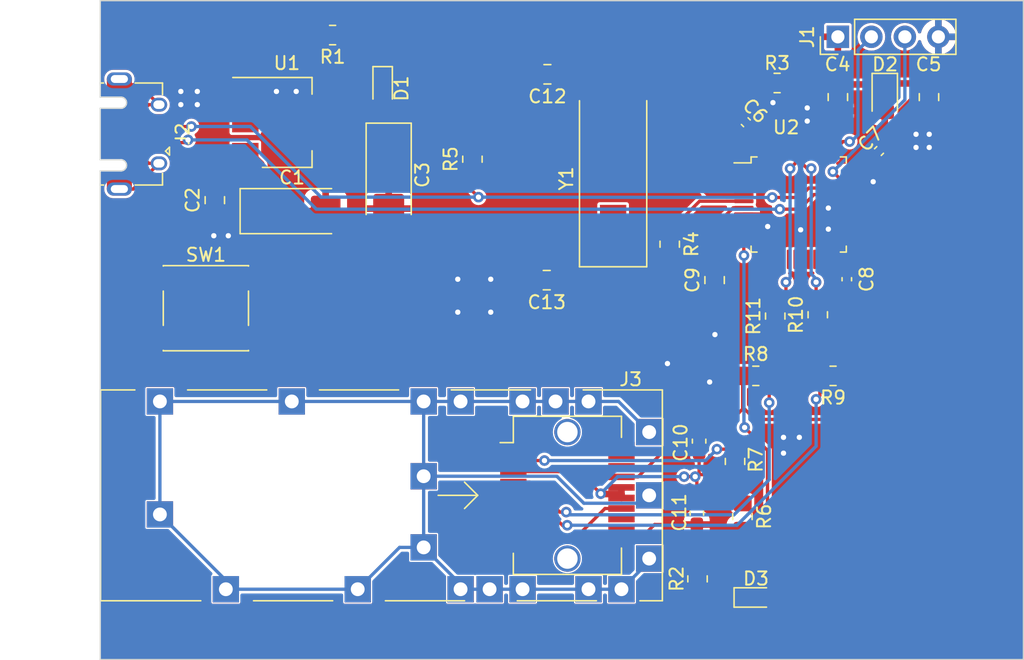
<source format=kicad_pcb>
(kicad_pcb (version 20221018) (generator pcbnew)

  (general
    (thickness 1.6)
  )

  (paper "A4")
  (title_block
    (title "Cute little SFP+ programmer")
    (date "2023-11-25")
    (rev "1.1e")
    (company "Nyanbyte P.S.A.")
    (comment 1 "by femsci")
  )

  (layers
    (0 "F.Cu" signal)
    (31 "B.Cu" signal)
    (32 "B.Adhes" user "B.Adhesive")
    (33 "F.Adhes" user "F.Adhesive")
    (34 "B.Paste" user)
    (35 "F.Paste" user)
    (36 "B.SilkS" user "B.Silkscreen")
    (37 "F.SilkS" user "F.Silkscreen")
    (38 "B.Mask" user)
    (39 "F.Mask" user)
    (40 "Dwgs.User" user "User.Drawings")
    (41 "Cmts.User" user "User.Comments")
    (42 "Eco1.User" user "User.Eco1")
    (43 "Eco2.User" user "User.Eco2")
    (44 "Edge.Cuts" user)
    (45 "Margin" user)
    (46 "B.CrtYd" user "B.Courtyard")
    (47 "F.CrtYd" user "F.Courtyard")
    (48 "B.Fab" user)
    (49 "F.Fab" user)
    (50 "User.1" user)
    (51 "User.2" user)
    (52 "User.3" user)
    (53 "User.4" user)
    (54 "User.5" user)
    (55 "User.6" user)
    (56 "User.7" user)
    (57 "User.8" user)
    (58 "User.9" user)
  )

  (setup
    (pad_to_mask_clearance 0)
    (pcbplotparams
      (layerselection 0x00010fc_ffffffff)
      (plot_on_all_layers_selection 0x0000000_00000000)
      (disableapertmacros false)
      (usegerberextensions false)
      (usegerberattributes true)
      (usegerberadvancedattributes true)
      (creategerberjobfile true)
      (dashed_line_dash_ratio 12.000000)
      (dashed_line_gap_ratio 3.000000)
      (svgprecision 4)
      (plotframeref false)
      (viasonmask false)
      (mode 1)
      (useauxorigin false)
      (hpglpennumber 1)
      (hpglpenspeed 20)
      (hpglpendiameter 15.000000)
      (dxfpolygonmode true)
      (dxfimperialunits true)
      (dxfusepcbnewfont true)
      (psnegative false)
      (psa4output false)
      (plotreference true)
      (plotvalue true)
      (plotinvisibletext false)
      (sketchpadsonfab false)
      (subtractmaskfromsilk false)
      (outputformat 1)
      (mirror false)
      (drillshape 1)
      (scaleselection 1)
      (outputdirectory "")
    )
  )

  (net 0 "")
  (net 1 "/SDA")
  (net 2 "/SCL")
  (net 3 "GND")
  (net 4 "+3.3V")
  (net 5 "VBUS")
  (net 6 "Net-(U2-NRST)")
  (net 7 "Net-(U2-PD0)")
  (net 8 "Net-(C13-Pad1)")
  (net 9 "Net-(D1-K)")
  (net 10 "Net-(D3-K)")
  (net 11 "Net-(D3-A)")
  (net 12 "/SWCLK")
  (net 13 "/SWDIO")
  (net 14 "/USB_D-")
  (net 15 "unconnected-(J3-TD--Pad19)")
  (net 16 "unconnected-(J3-TD+-Pad18)")
  (net 17 "unconnected-(J3-RD+-Pad13)")
  (net 18 "unconnected-(J3-RD--Pad12)")
  (net 19 "unconnected-(J3-RS1-Pad9)")
  (net 20 "unconnected-(J3-RX_LOS-Pad8)")
  (net 21 "unconnected-(J3-RS0-Pad7)")
  (net 22 "Net-(J3-TX_FAULT)")
  (net 23 "Net-(U2-BOOT0)")
  (net 24 "Net-(U2-PD1)")
  (net 25 "/USB_D+")
  (net 26 "Net-(U2-PB6)")
  (net 27 "Net-(U2-PB7)")
  (net 28 "unconnected-(U2-VBAT-Pad1)")
  (net 29 "unconnected-(U2-PC13-Pad2)")
  (net 30 "unconnected-(U2-PC14-Pad3)")
  (net 31 "unconnected-(U2-PC15-Pad4)")
  (net 32 "unconnected-(U2-VDDA-Pad9)")
  (net 33 "unconnected-(U2-PA0-Pad10)")
  (net 34 "unconnected-(U2-PA1-Pad11)")
  (net 35 "unconnected-(U2-PA3-Pad13)")
  (net 36 "unconnected-(U2-PA4-Pad14)")
  (net 37 "unconnected-(U2-PA5-Pad15)")
  (net 38 "unconnected-(U2-PA6-Pad16)")
  (net 39 "unconnected-(U2-PA7-Pad17)")
  (net 40 "unconnected-(U2-PB0-Pad18)")
  (net 41 "unconnected-(U2-PB1-Pad19)")
  (net 42 "unconnected-(U2-PB2-Pad20)")
  (net 43 "unconnected-(U2-PB10-Pad21)")
  (net 44 "unconnected-(U2-PB11-Pad22)")
  (net 45 "unconnected-(U2-PB12-Pad25)")
  (net 46 "unconnected-(U2-PB13-Pad26)")
  (net 47 "unconnected-(U2-PB14-Pad27)")
  (net 48 "unconnected-(U2-PB15-Pad28)")
  (net 49 "unconnected-(U2-PA8-Pad29)")
  (net 50 "unconnected-(U2-PA9-Pad30)")
  (net 51 "unconnected-(U2-PA10-Pad31)")
  (net 52 "unconnected-(U2-PA15-Pad38)")
  (net 53 "unconnected-(U2-PB3-Pad39)")
  (net 54 "unconnected-(U2-PB4-Pad40)")
  (net 55 "unconnected-(U2-PB5-Pad41)")
  (net 56 "unconnected-(U2-PB8-Pad45)")
  (net 57 "unconnected-(U2-PB9-Pad46)")
  (net 58 "unconnected-(J2-ID-Pad4)")
  (net 59 "unconnected-(J2-Shield-Pad6)")
  (net 60 "unconnected-(J3-PadCAGE)")

  (footprint "femsci:femsci_logo" (layer "F.Cu") (at 167.5 122.5329))

  (footprint "Package_QFP:LQFP-48_7x7mm_P0.5mm" (layer "F.Cu") (at 159.8292 97.5901))

  (footprint "Resistor_SMD:R_0805_2012Metric_Pad1.20x1.40mm_HandSolder" (layer "F.Cu") (at 124.4867 84.7338 180))

  (footprint "Resistor_SMD:R_0805_2012Metric_Pad1.20x1.40mm_HandSolder" (layer "F.Cu") (at 155.562 121.2723 -90))

  (footprint "Capacitor_SMD:C_0805_2012Metric_Pad1.18x1.45mm_HandSolder" (layer "F.Cu") (at 162.801 89.4406 -90))

  (footprint "Fiducial:Fiducial_0.5mm_Mask1mm" (layer "F.Cu")
    (tstamp 14ea980c-2a12-47ff-a045-82e6010ba4f2)
    (at 155.6636 93.0689)
    (descr "Circular Fiducial, 0.5mm bare copper, 1mm soldermask opening (Level C)")
    (tags "fiducial")
    (attr smd)
    (fp_text reference "REF**" (at 0 -1.5) (layer "F.SilkS") hide
        (effects (font (size 1 1) (thickness 0.15)))
      (tstamp dec1612e-ae79-4b7e-a1bc-496318e67555)
    )
    (fp_text value "Fiducial_0.5mm_Mask1mm" (at 0 1.5) (layer "F.Fab")
        (effects (font (size 1 1) (thickness 0.15)))
      (tstamp 9c5ba83d-58a8-44db-8e31-5f9a3f5f3ff3)
    )
    (fp_text user "${REFERENCE}" (at 0 0) (layer "F.Fab") hide
        (effects (font (size 0.2 0.2) (thickness 0.04)))
      (tstamp 18d736a6-b776-4c36-ada2-451fdd6353f8)
    )
    (fp_circle (center 0 0) (end 0.75 0)
      (stroke (width 0.05) (type solid)) (fill none) (layer "F.CrtYd") (tstamp 5d9827e7-c5ee-404f-a391-ad51d3d6dc5e))
    (fp_circle (center 0 0) (end 0.5 0)
      (stroke (width 0.1) (type solid)) (fill none) (layer "F.Fab") (tstamp 462c337d-f0f8-49a2-9c5f-53411476a032))
    (pad "" smd circle (at 0 0) (size 0.5 0.5) (layers "F.Cu" "F.Mask")
      (solder_mask_margin 0.25) (clearance 0.25) (tstamp dc163
... [669936 chars truncated]
</source>
